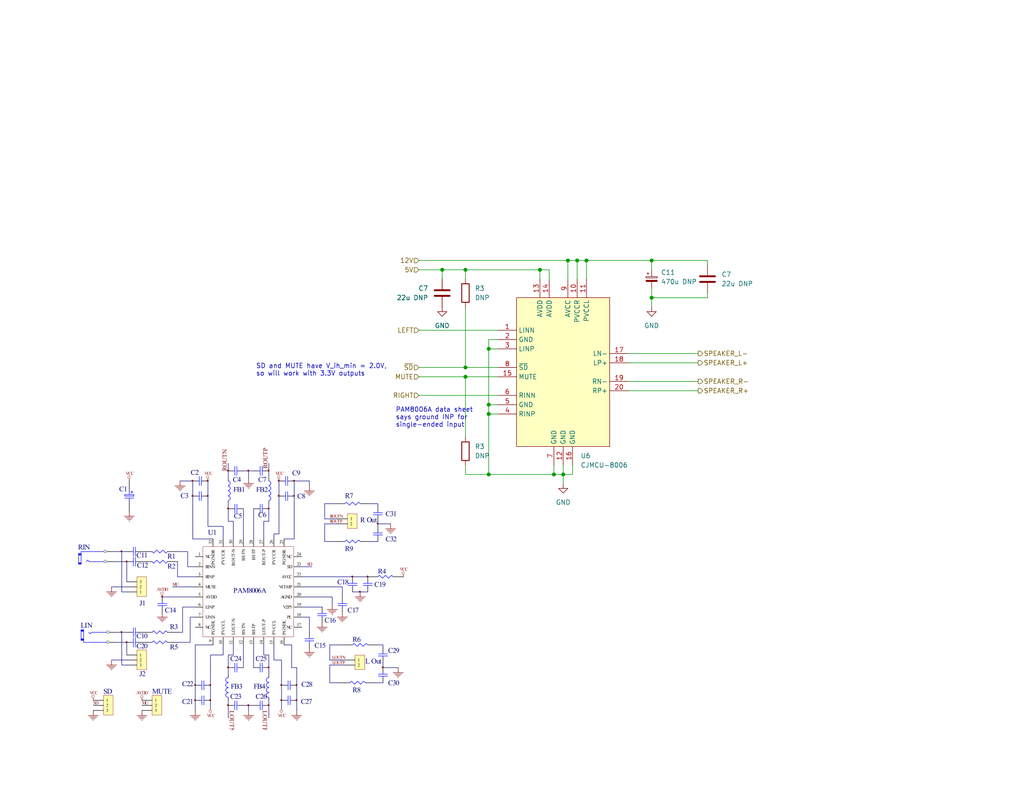
<source format=kicad_sch>
(kicad_sch (version 20230121) (generator eeschema)
  (paper "USLetter")
  (lib_symbols
    (symbol "Device:C" (pin_numbers hide) (pin_names (offset 0.254))
      (property "Reference" "C" (at 0.635 2.54 0))
      (property "Value" "C" (at 0.635 -2.54 0))
      (symbol "C_0_1"
        (polyline (pts (xy -2.032 -0.762) (xy 2.032 -0.762)) (stroke (width 0.508)))
        (polyline (pts (xy -2.032 0.762) (xy 2.032 0.762)) (stroke (width 0.508)))
      )
      (symbol "C_1_1"
        (pin passive line (at 0 3.81 270) (length 2.794) (name "~") (number "1"))
        (pin passive line (at 0 -3.81 90) (length 2.794) (name "~") (number "2"))
      )
    )
    (symbol "Device:C_Polarized_Small" (pin_numbers hide) (pin_names (offset 0.254) hide)
      (property "Reference" "C" (at 0.254 1.778 0))
      (property "Value" "C_Polarized_Small" (at 0.254 -2.032 0))
      (symbol "C_Polarized_Small_0_1"
        (rectangle (start -1.524 -0.3048) (end 1.524 -0.6858) (fill (type outline)))
        (rectangle (start -1.524 0.6858) (end 1.524 0.3048))
        (polyline (pts (xy -1.27 1.524) (xy -0.762 1.524)))
        (polyline (pts (xy -1.016 1.27) (xy -1.016 1.778)))
      )
      (symbol "C_Polarized_Small_1_1"
        (pin passive line (at 0 2.54 270) (length 1.8542) (name "~") (number "1"))
        (pin passive line (at 0 -2.54 90) (length 1.8542) (name "~") (number "2"))
      )
    )
    (symbol "Device:R" (pin_numbers hide) (pin_names (offset 0))
      (property "Reference" "R" (at 2.032 0 90))
      (property "Value" "R" (at 0 0 90))
      (symbol "R_0_1"
        (rectangle (start -1.016 -2.54) (end 1.016 2.54) (stroke (width 0.254)))
      )
      (symbol "R_1_1"
        (pin passive line (at 0 3.81 270) (length 1.27) (name "~") (number "1"))
        (pin passive line (at 0 -3.81 90) (length 1.27) (name "~") (number "2"))
      )
    )
    (symbol "dmxaudio:CJMCU-8006"
      (property "Reference" "U" (at 0 0 0))
      (property "Value" "CJMCU-8006" (at 0 0 0))
      (symbol "CJMCU-8006_1_1"
        (rectangle (start -12.7 20.32) (end 12.7 -20.32) (fill (type background)))
        (pin input line (at -17.78 11.43 0) (length 5.08) (name "LINN") (number "1"))
        (pin power_in line (at 3.81 25.4 270) (length 5.08) (name "PVCCR") (number "10"))
        (pin power_in line (at 6.35 25.4 270) (length 5.08) (name "PVCCL") (number "11"))
        (pin power_in line (at 0 -25.4 90) (length 5.08) (name "GND") (number "12"))
        (pin power_in line (at -6.35 25.4 270) (length 5.08) (name "AVDD") (number "13"))
        (pin power_in line (at -3.81 25.4 270) (length 5.08) (name "AVDD") (number "14"))
        (pin input line (at -17.78 -1.27 0) (length 5.08) (name "MUTE") (number "15"))
        (pin power_in line (at 2.54 -25.4 90) (length 5.08) (name "GND") (number "16"))
        (pin power_out line (at 17.78 5.08 180) (length 5.08) (name "LN-") (number "17"))
        (pin power_out line (at 17.78 2.54 180) (length 5.08) (name "LP+") (number "18"))
        (pin power_out line (at 17.78 -2.54 180) (length 5.08) (name "RN-") (number "19"))
        (pin power_in line (at -17.78 8.89 0) (length 5.08) (name "GND") (number "2"))
        (pin power_out line (at 17.78 -5.08 180) (length 5.08) (name "RP+") (number "20"))
        (pin input line (at -17.78 6.35 0) (length 5.08) (name "LINP") (number "3"))
        (pin input line (at -17.78 -11.43 0) (length 5.08) (name "RINP") (number "4"))
        (pin power_in line (at -17.78 -8.89 0) (length 5.08) (name "GND") (number "5"))
        (pin input line (at -17.78 -6.35 0) (length 5.08) (name "RINN") (number "6"))
        (pin power_in line (at -2.54 -25.4 90) (length 5.08) (name "GND") (number "7"))
        (pin input line (at -17.78 1.27 0) (length 5.08) (name "~{SD}") (number "8"))
        (pin power_in line (at 1.27 25.4 270) (length 5.08) (name "AVCC") (number "9"))
      )
    )
    (symbol "power:GND" (power) (pin_names (offset 0))
      (property "Value" "GND" (at 0 -3.81 0))
      (symbol "GND_0_1"
        (polyline (pts (xy 0 0) (xy 0 -1.27) (xy 1.27 -1.27) (xy 0 -2.54) (xy -1.27 -1.27) (xy 0 -1.27)))
      )
      (symbol "GND_1_1"
        (pin power_in line (at 0 0 270) (length 0) hide (name "GND") (number "1"))
      )
    )
  )
  (junction (at 151.13 129.54))
  (junction (at 154.94 71.12))
  (junction (at 133.35 110.49))
  (junction (at 177.8 81.28))
  (junction (at 120.65 73.66))
  (junction (at 133.35 95.25))
  (junction (at 127 100.33))
  (junction (at 160.02 71.12))
  (junction (at 157.48 71.12))
  (junction (at 147.32 73.66))
  (junction (at 133.35 113.03))
  (junction (at 127 73.66))
  (junction (at 127 102.87))
  (junction (at 133.35 129.54))
  (junction (at 153.67 129.54))
  (junction (at 177.8 71.12))
  (wire (pts (xy 156.21 127) (xy 156.21 129.54)))
  (wire (pts (xy 171.45 99.06) (xy 190.5 99.06)))
  (wire (pts (xy 171.45 96.52) (xy 190.5 96.52)))
  (wire (pts (xy 127 129.54) (xy 127 127)))
  (wire (pts (xy 114.3 100.33) (xy 127 100.33)))
  (wire (pts (xy 153.67 129.54) (xy 153.67 132.08)))
  (wire (pts (xy 153.67 127) (xy 153.67 129.54)))
  (wire (pts (xy 114.3 102.87) (xy 127 102.87)))
  (wire (pts (xy 149.86 73.66) (xy 149.86 76.2)))
  (wire (pts (xy 193.04 71.12) (xy 193.04 72.39)))
  (wire (pts (xy 127 73.66) (xy 147.32 73.66)))
  (wire (pts (xy 177.8 81.28) (xy 177.8 83.82)))
  (wire (pts (xy 133.35 113.03) (xy 133.35 110.49)))
  (wire (pts (xy 177.8 71.12) (xy 193.04 71.12)))
  (wire (pts (xy 153.67 129.54) (xy 156.21 129.54)))
  (wire (pts (xy 120.65 73.66) (xy 127 73.66)))
  (wire (pts (xy 157.48 71.12) (xy 157.48 76.2)))
  (wire (pts (xy 114.3 90.17) (xy 135.89 90.17)))
  (wire (pts (xy 147.32 73.66) (xy 149.86 73.66)))
  (wire (pts (xy 127 83.82) (xy 127 100.33)))
  (wire (pts (xy 171.45 106.68) (xy 190.5 106.68)))
  (wire (pts (xy 171.45 104.14) (xy 190.5 104.14)))
  (wire (pts (xy 127 102.87) (xy 127 119.38)))
  (wire (pts (xy 114.3 71.12) (xy 154.94 71.12)))
  (wire (pts (xy 135.89 113.03) (xy 133.35 113.03)))
  (wire (pts (xy 151.13 129.54) (xy 151.13 127)))
  (wire (pts (xy 133.35 129.54) (xy 133.35 113.03)))
  (wire (pts (xy 133.35 110.49) (xy 135.89 110.49)))
  (wire (pts (xy 114.3 107.95) (xy 135.89 107.95)))
  (wire (pts (xy 177.8 78.74) (xy 177.8 81.28)))
  (wire (pts (xy 133.35 129.54) (xy 127 129.54)))
  (wire (pts (xy 154.94 71.12) (xy 154.94 76.2)))
  (wire (pts (xy 177.8 71.12) (xy 177.8 73.66)))
  (wire (pts (xy 133.35 95.25) (xy 135.89 95.25)))
  (wire (pts (xy 135.89 92.71) (xy 133.35 92.71)))
  (wire (pts (xy 127 73.66) (xy 127 76.2)))
  (wire (pts (xy 193.04 81.28) (xy 193.04 80.01)))
  (wire (pts (xy 147.32 73.66) (xy 147.32 76.2)))
  (wire (pts (xy 133.35 92.71) (xy 133.35 95.25)))
  (wire (pts (xy 153.67 129.54) (xy 151.13 129.54)))
  (wire (pts (xy 151.13 129.54) (xy 133.35 129.54)))
  (wire (pts (xy 120.65 73.66) (xy 120.65 76.2)))
  (wire (pts (xy 127 102.87) (xy 135.89 102.87)))
  (wire (pts (xy 154.94 71.12) (xy 157.48 71.12)))
  (wire (pts (xy 127 100.33) (xy 135.89 100.33)))
  (wire (pts (xy 160.02 71.12) (xy 177.8 71.12)))
  (wire (pts (xy 177.8 81.28) (xy 193.04 81.28)))
  (wire (pts (xy 133.35 95.25) (xy 133.35 110.49)))
  (wire (pts (xy 114.3 73.66) (xy 120.65 73.66)))
  (wire (pts (xy 160.02 71.12) (xy 160.02 76.2)))
  (wire (pts (xy 157.48 71.12) (xy 160.02 71.12)))
  (image (at 66.04 161.29) (scale 0.947833))
  (text "SD and MUTE have V_ih_min = 2.0V,\nso will work with 3.3V outputs" (at 69.85 102.87 0) (effects (font (size 1.27 1.27)) (justify left bottom)))
  (text "PAM8006A data sheet\nsays ground INP for\nsingle-ended input" (at 107.95 116.84 0) (effects (font (size 1.27 1.27)) (justify left bottom)))
  (hierarchical_label "SPEAKER_L-" (shape output) (at 190.5 96.52 0))
  (hierarchical_label "MUTE" (shape input) (at 114.3 102.87 180))
  (hierarchical_label "SPEAKER_R+" (shape output) (at 190.5 106.68 0))
  (hierarchical_label "~{SD}" (shape input) (at 114.3 100.33 180))
  (hierarchical_label "LEFT" (shape input) (at 114.3 90.17 180))
  (hierarchical_label "5V" (shape input) (at 114.3 73.66 180))
  (hierarchical_label "SPEAKER_L+" (shape output) (at 190.5 99.06 0))
  (hierarchical_label "RIGHT" (shape input) (at 114.3 107.95 180))
  (hierarchical_label "12V" (shape input) (at 114.3 71.12 180))
  (hierarchical_label "SPEAKER_R-" (shape output) (at 190.5 104.14 0))
  (symbol (lib_id "power:GND") (at 153.67 132.08 0) (unit 1)
    (property "Reference" "#PWR017" (effects hide))
    (property "Value" "GND" (at 153.67 137.16 0))
  )
  (symbol (lib_id "power:GND") (at 177.8 83.82 0) (unit 1)
    (property "Reference" "#PWR022" (effects hide))
    (property "Value" "GND" (at 177.8 88.9 0))
  )
  (symbol (lib_id "power:GND") (at 120.65 83.82 0) (unit 1)
    (property "Reference" "#PWR023" (effects hide))
    (property "Value" "GND" (at 120.65 88.9 0))
  )
  (symbol (lib_id "Device:C_Polarized_Small") (at 177.8 76.2 0) (unit 1)
    (property "Reference" "C11" (at 180.34 74.3839 0) (effects (justify left)))
    (property "Value" "470u DNP" (at 180.34 76.9239 0) (effects (justify left)))
    (property "Footprint" "Capacitor_THT:CP_Radial_D8.0mm_P2.50mm" (effects hide))
  )
  (symbol (lib_id "Device:C") (at 120.65 80.01 0) (mirror y) (unit 1)
    (property "Reference" "C7" (at 116.84 78.74 0) (effects (justify left)))
    (property "Value" "22u DNP" (at 116.84 81.28 0) (effects (justify left)))
    (property "Footprint" "Capacitor_SMD:C_1206_3216Metric_Pad1.33x1.80mm_HandSolder" (effects hide))
    (instances (project "dmxaudio" (path "" (reference "C7") (unit 1)) (path "" (reference "C13") (unit 1))))
  )
  (symbol (lib_id "Device:R") (at 127 80.01 0) (unit 1)
    (property "Reference" "R3" (at 129.54 78.74 0) (effects (justify left)))
    (property "Value" "DNP" (at 129.54 81.28 0) (effects (justify left)))
    (property "Footprint" "Resistor_SMD:R_0603_1608Metric_Pad0.98x0.95mm_HandSolder" (effects hide))
    (instances (project "dmxaudio" (path "" (reference "R3") (unit 1)) (path "" (reference "R8") (unit 1))))
  )
  (symbol (lib_id "Device:R") (at 127 123.19 0) (unit 1)
    (property "Reference" "R3" (at 129.54 121.92 0) (effects (justify left)))
    (property "Value" "DNP" (at 129.54 124.46 0) (effects (justify left)))
    (property "Footprint" "Resistor_SMD:R_0603_1608Metric_Pad0.98x0.95mm_HandSolder" (effects hide))
    (instances (project "dmxaudio" (path "" (reference "R3") (unit 1)) (path "" (reference "R9") (unit 1))))
  )
  (symbol (lib_id "Device:C") (at 193.04 76.2 0) (unit 1)
    (property "Reference" "C7" (at 196.85 74.93 0) (effects (justify left)))
    (property "Value" "22u DNP" (at 196.85 77.47 0) (effects (justify left)))
    (property "Footprint" "Capacitor_SMD:C_1206_3216Metric_Pad1.33x1.80mm_HandSolder" (effects hide))
    (instances (project "dmxaudio" (path "" (reference "C7") (unit 1)) (path "" (reference "C12") (unit 1))))
  )
  (symbol (lib_id "dmxaudio:CJMCU-8006") (at 153.67 101.6 0) (unit 1)
    (property "Reference" "U6" (at 158.4041 124.46 0) (effects (justify left)))
    (property "Value" "CJMCU-8006" (at 158.4041 127 0) (effects (justify left)))
    (property "Footprint" "dmxaudio:CJMCU-8006" (effects hide))
  )
)
</source>
